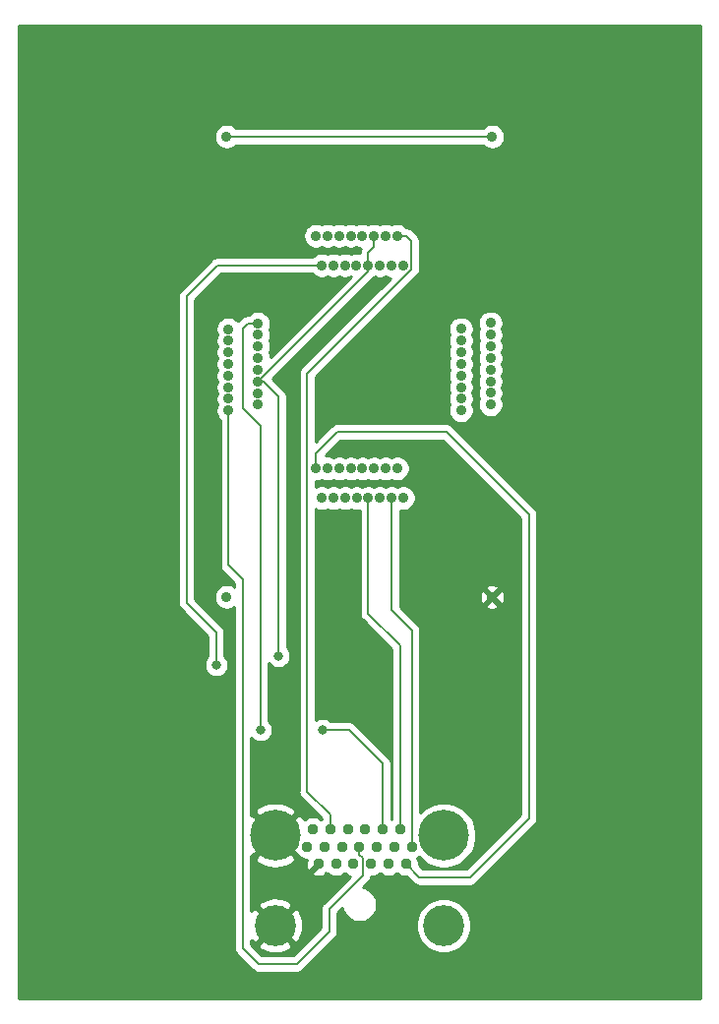
<source format=gbr>
G04 #@! TF.GenerationSoftware,KiCad,Pcbnew,5.1.2-1.fc30*
G04 #@! TF.CreationDate,2019-08-21T13:34:15+02:00*
G04 #@! TF.ProjectId,CarteScreening,43617274-6553-4637-9265-656e696e672e,rev?*
G04 #@! TF.SameCoordinates,Original*
G04 #@! TF.FileFunction,Copper,L2,Bot*
G04 #@! TF.FilePolarity,Positive*
%FSLAX46Y46*%
G04 Gerber Fmt 4.6, Leading zero omitted, Abs format (unit mm)*
G04 Created by KiCad (PCBNEW 5.1.2-1.fc30) date 2019-08-21 13:34:15*
%MOMM*%
%LPD*%
G04 APERTURE LIST*
%ADD10C,0.914400*%
%ADD11C,3.526000*%
%ADD12C,4.364000*%
%ADD13C,0.950000*%
%ADD14C,0.800000*%
%ADD15C,0.200000*%
%ADD16C,0.254000*%
G04 APERTURE END LIST*
D10*
X138722400Y-82758440D03*
X141262400Y-81257300D03*
X138722400Y-80756920D03*
X138722400Y-78755400D03*
X141262400Y-78255020D03*
X141262400Y-79255780D03*
X141262400Y-83258820D03*
X141262400Y-80256540D03*
X141262400Y-82258060D03*
X138722400Y-79756160D03*
X141262400Y-77254260D03*
X138722400Y-81757680D03*
X138722400Y-76753880D03*
X138722400Y-77754640D03*
X138722400Y-83759200D03*
X141262400Y-76253500D03*
X147241560Y-68722400D03*
X148742700Y-71262400D03*
X149243080Y-68722400D03*
X151244600Y-68722400D03*
X151744980Y-71262400D03*
X150744220Y-71262400D03*
X146741180Y-71262400D03*
X149743460Y-71262400D03*
X147741940Y-71262400D03*
X150243840Y-68722400D03*
X152745740Y-71262400D03*
X148242320Y-68722400D03*
X153246120Y-68722400D03*
X152245360Y-68722400D03*
X146240800Y-68722400D03*
X153746500Y-71262400D03*
X161277600Y-77241560D03*
X158737600Y-78742700D03*
X161277600Y-79243080D03*
X161277600Y-81244600D03*
X158737600Y-81744980D03*
X158737600Y-80744220D03*
X158737600Y-76741180D03*
X158737600Y-79743460D03*
X158737600Y-77741940D03*
X161277600Y-80243840D03*
X158737600Y-82745740D03*
X161277600Y-78242320D03*
X161277600Y-83246120D03*
X161277600Y-82245360D03*
X161277600Y-76240800D03*
X158737600Y-83746500D03*
X153759200Y-91277600D03*
X153258820Y-88737600D03*
X152758440Y-91277600D03*
X152258060Y-88737600D03*
X151757680Y-91277600D03*
X151257300Y-88737600D03*
X150756920Y-91277600D03*
X150256540Y-88737600D03*
X149756160Y-91277600D03*
X149255780Y-88737600D03*
X148755400Y-91277600D03*
X148255020Y-88737600D03*
X147754640Y-91277600D03*
X147254260Y-88737600D03*
X146753880Y-91277600D03*
X146253500Y-88737600D03*
X138570000Y-99812000D03*
X161430000Y-99812000D03*
X161430000Y-60188000D03*
X138570000Y-60188000D03*
D11*
X142745000Y-128090000D03*
D12*
X142745000Y-120330000D03*
D11*
X157245000Y-128090000D03*
D12*
X157245000Y-120330000D03*
D13*
X145495000Y-121290000D03*
X145995000Y-119790000D03*
X146495000Y-122790000D03*
X146995000Y-121290000D03*
X147495000Y-119790000D03*
X147995000Y-122790000D03*
X148495000Y-121290000D03*
X148995000Y-119790000D03*
X149495000Y-122790000D03*
X149995000Y-121290000D03*
X150495000Y-119790000D03*
X150995000Y-122790000D03*
X151495000Y-121290000D03*
X151995000Y-119790000D03*
X152495000Y-122790000D03*
X152995000Y-121290000D03*
X153495000Y-119790000D03*
X153995000Y-122790000D03*
X154495000Y-121290000D03*
D14*
X161000000Y-86800000D03*
X150900000Y-78000000D03*
X146200000Y-73800000D03*
X146200000Y-78000000D03*
X147400000Y-100500000D03*
X146812000Y-111252000D03*
X143022800Y-104881200D03*
X137668000Y-105664000D03*
X141478000Y-111252000D03*
D15*
X141262400Y-81257300D02*
X150744200Y-71775500D01*
X150744200Y-71775500D02*
X150744200Y-71262400D01*
X143022800Y-104881200D02*
X143022800Y-82570800D01*
X141709300Y-81257300D02*
X141262400Y-81257300D01*
X143022800Y-82570800D02*
X141709300Y-81257300D01*
X151244600Y-68722400D02*
X151244600Y-69655400D01*
X150744220Y-70155780D02*
X150744220Y-71262400D01*
X151244600Y-69655400D02*
X150744220Y-70155780D01*
X137668000Y-105664000D02*
X137668000Y-102870000D01*
X137668000Y-102870000D02*
X135128000Y-100330000D01*
X135128000Y-100330000D02*
X135128000Y-73914000D01*
X137779600Y-71262400D02*
X146741180Y-71262400D01*
X135128000Y-73914000D02*
X137779600Y-71262400D01*
X150269999Y-122236750D02*
X150269999Y-123796001D01*
X149995000Y-121290000D02*
X149995000Y-121961751D01*
X149995000Y-121961751D02*
X150269999Y-122236750D01*
X147400000Y-126666000D02*
X149783000Y-124283000D01*
X147400000Y-128600000D02*
X147400000Y-126666000D01*
X141300000Y-131400000D02*
X144600000Y-131400000D01*
X139954000Y-130054000D02*
X141300000Y-131400000D01*
X150269999Y-123796001D02*
X149783000Y-124283000D01*
X138722400Y-83759200D02*
X138722400Y-97066400D01*
X144600000Y-131400000D02*
X147400000Y-128600000D01*
X149783000Y-124283000D02*
X149606000Y-124460000D01*
X139954000Y-98298000D02*
X139954000Y-130054000D01*
X138722400Y-97066400D02*
X139954000Y-98298000D01*
X151995000Y-114149000D02*
X149098000Y-111252000D01*
X151995000Y-119790000D02*
X151995000Y-114149000D01*
X149098000Y-111252000D02*
X146812000Y-111252000D01*
X141478000Y-85090000D02*
X141478000Y-111252000D01*
X140408500Y-76253500D02*
X139954000Y-76708000D01*
X141262400Y-76253500D02*
X140408500Y-76253500D01*
X139954000Y-76708000D02*
X139954000Y-83566000D01*
X139954000Y-83566000D02*
X141478000Y-85090000D01*
X153495000Y-119790000D02*
X153495000Y-103965000D01*
X150756920Y-101226920D02*
X150756920Y-91277600D01*
X153495000Y-103965000D02*
X150756920Y-101226920D01*
X153995000Y-122790000D02*
X155157000Y-123952000D01*
X155157000Y-123952000D02*
X159512000Y-123952000D01*
X159512000Y-123952000D02*
X164592000Y-118872000D01*
X164592000Y-118872000D02*
X164592000Y-92710000D01*
X164592000Y-92710000D02*
X157480000Y-85598000D01*
X157480000Y-85598000D02*
X148082000Y-85598000D01*
X146253500Y-87426500D02*
X146253500Y-88737600D01*
X148082000Y-85598000D02*
X146253500Y-87426500D01*
X154495000Y-121290000D02*
X154495000Y-102679000D01*
X152758440Y-100942440D02*
X152758440Y-91277600D01*
X154495000Y-102679000D02*
X152758440Y-100942440D01*
X147495000Y-118552900D02*
X147495000Y-119790000D01*
X145492600Y-116550500D02*
X147495000Y-118552900D01*
X154022400Y-68722400D02*
X154454100Y-69154100D01*
X153246120Y-68722400D02*
X154022400Y-68722400D01*
X154454100Y-69154100D02*
X154454100Y-71619400D01*
X154454100Y-71619400D02*
X145492600Y-80580900D01*
X145492600Y-80580900D02*
X145492600Y-116550500D01*
X138570000Y-60188000D02*
X161430000Y-60188000D01*
D16*
G36*
X179340001Y-134340000D02*
G01*
X120660000Y-134340000D01*
X120660000Y-73914000D01*
X134389444Y-73914000D01*
X134393001Y-73950115D01*
X134393000Y-100293895D01*
X134389444Y-100330000D01*
X134403635Y-100474085D01*
X134413995Y-100508237D01*
X134445663Y-100612632D01*
X134513913Y-100740319D01*
X134605762Y-100852237D01*
X134633808Y-100875254D01*
X136933001Y-103174448D01*
X136933000Y-104935289D01*
X136864063Y-105004226D01*
X136750795Y-105173744D01*
X136672774Y-105362102D01*
X136633000Y-105562061D01*
X136633000Y-105765939D01*
X136672774Y-105965898D01*
X136750795Y-106154256D01*
X136864063Y-106323774D01*
X137008226Y-106467937D01*
X137177744Y-106581205D01*
X137366102Y-106659226D01*
X137566061Y-106699000D01*
X137769939Y-106699000D01*
X137969898Y-106659226D01*
X138158256Y-106581205D01*
X138327774Y-106467937D01*
X138471937Y-106323774D01*
X138585205Y-106154256D01*
X138663226Y-105965898D01*
X138703000Y-105765939D01*
X138703000Y-105562061D01*
X138663226Y-105362102D01*
X138585205Y-105173744D01*
X138471937Y-105004226D01*
X138403000Y-104935289D01*
X138403000Y-102906094D01*
X138406555Y-102869999D01*
X138403000Y-102833904D01*
X138403000Y-102833895D01*
X138392365Y-102725915D01*
X138350337Y-102587367D01*
X138282087Y-102459680D01*
X138190238Y-102347762D01*
X138162193Y-102324746D01*
X135863000Y-100025554D01*
X135863000Y-74218446D01*
X138084047Y-71997400D01*
X145931576Y-71997400D01*
X146044943Y-72110767D01*
X146223829Y-72230295D01*
X146422597Y-72312628D01*
X146633608Y-72354600D01*
X146848752Y-72354600D01*
X147059763Y-72312628D01*
X147241560Y-72237325D01*
X147423357Y-72312628D01*
X147634368Y-72354600D01*
X147849512Y-72354600D01*
X148060523Y-72312628D01*
X148242320Y-72237325D01*
X148424117Y-72312628D01*
X148635128Y-72354600D01*
X148850272Y-72354600D01*
X149061283Y-72312628D01*
X149242821Y-72237432D01*
X142350858Y-79129396D01*
X142312628Y-78937197D01*
X142237325Y-78755400D01*
X142312628Y-78573603D01*
X142354600Y-78362592D01*
X142354600Y-78147448D01*
X142312628Y-77936437D01*
X142237325Y-77754640D01*
X142312628Y-77572843D01*
X142354600Y-77361832D01*
X142354600Y-77146688D01*
X142312628Y-76935677D01*
X142237325Y-76753880D01*
X142312628Y-76572083D01*
X142354600Y-76361072D01*
X142354600Y-76145928D01*
X142312628Y-75934917D01*
X142230295Y-75736149D01*
X142110767Y-75557263D01*
X141958637Y-75405133D01*
X141779751Y-75285605D01*
X141580983Y-75203272D01*
X141369972Y-75161300D01*
X141154828Y-75161300D01*
X140943817Y-75203272D01*
X140745049Y-75285605D01*
X140566163Y-75405133D01*
X140452796Y-75518500D01*
X140444604Y-75518500D01*
X140408499Y-75514944D01*
X140264414Y-75529135D01*
X140222386Y-75541884D01*
X140125867Y-75571163D01*
X139998180Y-75639413D01*
X139886262Y-75731262D01*
X139863241Y-75759313D01*
X139567839Y-76054715D01*
X139418637Y-75905513D01*
X139239751Y-75785985D01*
X139040983Y-75703652D01*
X138829972Y-75661680D01*
X138614828Y-75661680D01*
X138403817Y-75703652D01*
X138205049Y-75785985D01*
X138026163Y-75905513D01*
X137874033Y-76057643D01*
X137754505Y-76236529D01*
X137672172Y-76435297D01*
X137630200Y-76646308D01*
X137630200Y-76861452D01*
X137672172Y-77072463D01*
X137747475Y-77254260D01*
X137672172Y-77436057D01*
X137630200Y-77647068D01*
X137630200Y-77862212D01*
X137672172Y-78073223D01*
X137747475Y-78255020D01*
X137672172Y-78436817D01*
X137630200Y-78647828D01*
X137630200Y-78862972D01*
X137672172Y-79073983D01*
X137747475Y-79255780D01*
X137672172Y-79437577D01*
X137630200Y-79648588D01*
X137630200Y-79863732D01*
X137672172Y-80074743D01*
X137747475Y-80256540D01*
X137672172Y-80438337D01*
X137630200Y-80649348D01*
X137630200Y-80864492D01*
X137672172Y-81075503D01*
X137747475Y-81257300D01*
X137672172Y-81439097D01*
X137630200Y-81650108D01*
X137630200Y-81865252D01*
X137672172Y-82076263D01*
X137747475Y-82258060D01*
X137672172Y-82439857D01*
X137630200Y-82650868D01*
X137630200Y-82866012D01*
X137672172Y-83077023D01*
X137747475Y-83258820D01*
X137672172Y-83440617D01*
X137630200Y-83651628D01*
X137630200Y-83866772D01*
X137672172Y-84077783D01*
X137754505Y-84276551D01*
X137874033Y-84455437D01*
X137987400Y-84568804D01*
X137987401Y-97030285D01*
X137983844Y-97066400D01*
X137998035Y-97210485D01*
X138040064Y-97349033D01*
X138108314Y-97476720D01*
X138200163Y-97588638D01*
X138228208Y-97611654D01*
X139219000Y-98602447D01*
X139219000Y-98932070D01*
X139087351Y-98844105D01*
X138888583Y-98761772D01*
X138677572Y-98719800D01*
X138462428Y-98719800D01*
X138251417Y-98761772D01*
X138052649Y-98844105D01*
X137873763Y-98963633D01*
X137721633Y-99115763D01*
X137602105Y-99294649D01*
X137519772Y-99493417D01*
X137477800Y-99704428D01*
X137477800Y-99919572D01*
X137519772Y-100130583D01*
X137602105Y-100329351D01*
X137721633Y-100508237D01*
X137873763Y-100660367D01*
X138052649Y-100779895D01*
X138251417Y-100862228D01*
X138462428Y-100904200D01*
X138677572Y-100904200D01*
X138888583Y-100862228D01*
X139087351Y-100779895D01*
X139219000Y-100691930D01*
X139219001Y-130017885D01*
X139215444Y-130054000D01*
X139229635Y-130198085D01*
X139261634Y-130303570D01*
X139271664Y-130336633D01*
X139339914Y-130464320D01*
X139431763Y-130576238D01*
X139459808Y-130599254D01*
X140754746Y-131894193D01*
X140777762Y-131922238D01*
X140889680Y-132014087D01*
X141017367Y-132082337D01*
X141155915Y-132124365D01*
X141263895Y-132135000D01*
X141263904Y-132135000D01*
X141299999Y-132138555D01*
X141336094Y-132135000D01*
X144563895Y-132135000D01*
X144600000Y-132138556D01*
X144636105Y-132135000D01*
X144744085Y-132124365D01*
X144882633Y-132082337D01*
X145010320Y-132014087D01*
X145122238Y-131922238D01*
X145145259Y-131894187D01*
X147894197Y-129145250D01*
X147922237Y-129122238D01*
X147945250Y-129094197D01*
X147945253Y-129094194D01*
X147970117Y-129063897D01*
X148014087Y-129010320D01*
X148082337Y-128882633D01*
X148124365Y-128744085D01*
X148135000Y-128636105D01*
X148135000Y-128636104D01*
X148138556Y-128600000D01*
X148135000Y-128563895D01*
X148135000Y-127853818D01*
X154847000Y-127853818D01*
X154847000Y-128326182D01*
X154939154Y-128789471D01*
X155119920Y-129225879D01*
X155382352Y-129618636D01*
X155716364Y-129952648D01*
X156109121Y-130215080D01*
X156545529Y-130395846D01*
X157008818Y-130488000D01*
X157481182Y-130488000D01*
X157944471Y-130395846D01*
X158380879Y-130215080D01*
X158773636Y-129952648D01*
X159107648Y-129618636D01*
X159370080Y-129225879D01*
X159550846Y-128789471D01*
X159643000Y-128326182D01*
X159643000Y-127853818D01*
X159550846Y-127390529D01*
X159370080Y-126954121D01*
X159107648Y-126561364D01*
X158773636Y-126227352D01*
X158380879Y-125964920D01*
X157944471Y-125784154D01*
X157481182Y-125692000D01*
X157008818Y-125692000D01*
X156545529Y-125784154D01*
X156109121Y-125964920D01*
X155716364Y-126227352D01*
X155382352Y-126561364D01*
X155119920Y-126954121D01*
X154939154Y-127390529D01*
X154847000Y-127853818D01*
X148135000Y-127853818D01*
X148135000Y-126970446D01*
X148515150Y-126590296D01*
X148543029Y-126730451D01*
X148656856Y-127005253D01*
X148822107Y-127252569D01*
X149032431Y-127462893D01*
X149279747Y-127628144D01*
X149554549Y-127741971D01*
X149846278Y-127800000D01*
X150143722Y-127800000D01*
X150435451Y-127741971D01*
X150710253Y-127628144D01*
X150957569Y-127462893D01*
X151167893Y-127252569D01*
X151333144Y-127005253D01*
X151446971Y-126730451D01*
X151505000Y-126438722D01*
X151505000Y-126141278D01*
X151446971Y-125849549D01*
X151333144Y-125574747D01*
X151167893Y-125327431D01*
X150957569Y-125117107D01*
X150710253Y-124951856D01*
X150435451Y-124838029D01*
X150295297Y-124810150D01*
X150328253Y-124777194D01*
X150328258Y-124777188D01*
X150764186Y-124341260D01*
X150792237Y-124318239D01*
X150884086Y-124206321D01*
X150920115Y-124138915D01*
X150952336Y-124078635D01*
X150994364Y-123940086D01*
X150998312Y-123900000D01*
X151104325Y-123900000D01*
X151318775Y-123857343D01*
X151520782Y-123773669D01*
X151702584Y-123652193D01*
X151745000Y-123609777D01*
X151787416Y-123652193D01*
X151969218Y-123773669D01*
X152171225Y-123857343D01*
X152385675Y-123900000D01*
X152604325Y-123900000D01*
X152818775Y-123857343D01*
X153020782Y-123773669D01*
X153202584Y-123652193D01*
X153245000Y-123609777D01*
X153287416Y-123652193D01*
X153469218Y-123773669D01*
X153671225Y-123857343D01*
X153885675Y-123900000D01*
X154065553Y-123900000D01*
X154611746Y-124446193D01*
X154634762Y-124474238D01*
X154746680Y-124566087D01*
X154874367Y-124634337D01*
X154970886Y-124663616D01*
X155012914Y-124676365D01*
X155027132Y-124677765D01*
X155120895Y-124687000D01*
X155120902Y-124687000D01*
X155156999Y-124690555D01*
X155193096Y-124687000D01*
X159475895Y-124687000D01*
X159512000Y-124690556D01*
X159548105Y-124687000D01*
X159656085Y-124676365D01*
X159794633Y-124634337D01*
X159922320Y-124566087D01*
X160034238Y-124474238D01*
X160057259Y-124446187D01*
X165086197Y-119417249D01*
X165114237Y-119394238D01*
X165137250Y-119366197D01*
X165137253Y-119366194D01*
X165162117Y-119335897D01*
X165206087Y-119282320D01*
X165274337Y-119154633D01*
X165316365Y-119016085D01*
X165327000Y-118908105D01*
X165327000Y-118908104D01*
X165330556Y-118872000D01*
X165327000Y-118835895D01*
X165327000Y-92746105D01*
X165330556Y-92710000D01*
X165316365Y-92565915D01*
X165274337Y-92427367D01*
X165206087Y-92299680D01*
X165114238Y-92187762D01*
X165086193Y-92164746D01*
X158025259Y-85103813D01*
X158002238Y-85075762D01*
X157890320Y-84983913D01*
X157762633Y-84915663D01*
X157624085Y-84873635D01*
X157516105Y-84863000D01*
X157480000Y-84859444D01*
X157443895Y-84863000D01*
X148118094Y-84863000D01*
X148081999Y-84859445D01*
X148045904Y-84863000D01*
X148045895Y-84863000D01*
X147937915Y-84873635D01*
X147799367Y-84915663D01*
X147671680Y-84983913D01*
X147559762Y-85075762D01*
X147536746Y-85103807D01*
X146227600Y-86412954D01*
X146227600Y-80885346D01*
X150479338Y-76633608D01*
X157645400Y-76633608D01*
X157645400Y-76848752D01*
X157687372Y-77059763D01*
X157762675Y-77241560D01*
X157687372Y-77423357D01*
X157645400Y-77634368D01*
X157645400Y-77849512D01*
X157687372Y-78060523D01*
X157762675Y-78242320D01*
X157687372Y-78424117D01*
X157645400Y-78635128D01*
X157645400Y-78850272D01*
X157687372Y-79061283D01*
X157762675Y-79243080D01*
X157687372Y-79424877D01*
X157645400Y-79635888D01*
X157645400Y-79851032D01*
X157687372Y-80062043D01*
X157762675Y-80243840D01*
X157687372Y-80425637D01*
X157645400Y-80636648D01*
X157645400Y-80851792D01*
X157687372Y-81062803D01*
X157762675Y-81244600D01*
X157687372Y-81426397D01*
X157645400Y-81637408D01*
X157645400Y-81852552D01*
X157687372Y-82063563D01*
X157762675Y-82245360D01*
X157687372Y-82427157D01*
X157645400Y-82638168D01*
X157645400Y-82853312D01*
X157687372Y-83064323D01*
X157762675Y-83246120D01*
X157687372Y-83427917D01*
X157645400Y-83638928D01*
X157645400Y-83854072D01*
X157687372Y-84065083D01*
X157769705Y-84263851D01*
X157889233Y-84442737D01*
X158041363Y-84594867D01*
X158220249Y-84714395D01*
X158419017Y-84796728D01*
X158630028Y-84838700D01*
X158845172Y-84838700D01*
X159056183Y-84796728D01*
X159254951Y-84714395D01*
X159433837Y-84594867D01*
X159585967Y-84442737D01*
X159705495Y-84263851D01*
X159787828Y-84065083D01*
X159829800Y-83854072D01*
X159829800Y-83638928D01*
X159787828Y-83427917D01*
X159712525Y-83246120D01*
X159787828Y-83064323D01*
X159829800Y-82853312D01*
X159829800Y-82638168D01*
X159787828Y-82427157D01*
X159712525Y-82245360D01*
X159787828Y-82063563D01*
X159829800Y-81852552D01*
X159829800Y-81637408D01*
X159787828Y-81426397D01*
X159712525Y-81244600D01*
X159787828Y-81062803D01*
X159829800Y-80851792D01*
X159829800Y-80636648D01*
X159787828Y-80425637D01*
X159712525Y-80243840D01*
X159787828Y-80062043D01*
X159829800Y-79851032D01*
X159829800Y-79635888D01*
X159787828Y-79424877D01*
X159712525Y-79243080D01*
X159787828Y-79061283D01*
X159829800Y-78850272D01*
X159829800Y-78635128D01*
X159787828Y-78424117D01*
X159712525Y-78242320D01*
X159787828Y-78060523D01*
X159829800Y-77849512D01*
X159829800Y-77634368D01*
X159787828Y-77423357D01*
X159712525Y-77241560D01*
X159787828Y-77059763D01*
X159829800Y-76848752D01*
X159829800Y-76633608D01*
X159787828Y-76422597D01*
X159705495Y-76223829D01*
X159644958Y-76133228D01*
X160185400Y-76133228D01*
X160185400Y-76348372D01*
X160227372Y-76559383D01*
X160302675Y-76741180D01*
X160227372Y-76922977D01*
X160185400Y-77133988D01*
X160185400Y-77349132D01*
X160227372Y-77560143D01*
X160302675Y-77741940D01*
X160227372Y-77923737D01*
X160185400Y-78134748D01*
X160185400Y-78349892D01*
X160227372Y-78560903D01*
X160302675Y-78742700D01*
X160227372Y-78924497D01*
X160185400Y-79135508D01*
X160185400Y-79350652D01*
X160227372Y-79561663D01*
X160302675Y-79743460D01*
X160227372Y-79925257D01*
X160185400Y-80136268D01*
X160185400Y-80351412D01*
X160227372Y-80562423D01*
X160302675Y-80744220D01*
X160227372Y-80926017D01*
X160185400Y-81137028D01*
X160185400Y-81352172D01*
X160227372Y-81563183D01*
X160302675Y-81744980D01*
X160227372Y-81926777D01*
X160185400Y-82137788D01*
X160185400Y-82352932D01*
X160227372Y-82563943D01*
X160302675Y-82745740D01*
X160227372Y-82927537D01*
X160185400Y-83138548D01*
X160185400Y-83353692D01*
X160227372Y-83564703D01*
X160309705Y-83763471D01*
X160429233Y-83942357D01*
X160581363Y-84094487D01*
X160760249Y-84214015D01*
X160959017Y-84296348D01*
X161170028Y-84338320D01*
X161385172Y-84338320D01*
X161596183Y-84296348D01*
X161794951Y-84214015D01*
X161973837Y-84094487D01*
X162125967Y-83942357D01*
X162245495Y-83763471D01*
X162327828Y-83564703D01*
X162369800Y-83353692D01*
X162369800Y-83138548D01*
X162327828Y-82927537D01*
X162252525Y-82745740D01*
X162327828Y-82563943D01*
X162369800Y-82352932D01*
X162369800Y-82137788D01*
X162327828Y-81926777D01*
X162252525Y-81744980D01*
X162327828Y-81563183D01*
X162369800Y-81352172D01*
X162369800Y-81137028D01*
X162327828Y-80926017D01*
X162252525Y-80744220D01*
X162327828Y-80562423D01*
X162369800Y-80351412D01*
X162369800Y-80136268D01*
X162327828Y-79925257D01*
X162252525Y-79743460D01*
X162327828Y-79561663D01*
X162369800Y-79350652D01*
X162369800Y-79135508D01*
X162327828Y-78924497D01*
X162252525Y-78742700D01*
X162327828Y-78560903D01*
X162369800Y-78349892D01*
X162369800Y-78134748D01*
X162327828Y-77923737D01*
X162252525Y-77741940D01*
X162327828Y-77560143D01*
X162369800Y-77349132D01*
X162369800Y-77133988D01*
X162327828Y-76922977D01*
X162252525Y-76741180D01*
X162327828Y-76559383D01*
X162369800Y-76348372D01*
X162369800Y-76133228D01*
X162327828Y-75922217D01*
X162245495Y-75723449D01*
X162125967Y-75544563D01*
X161973837Y-75392433D01*
X161794951Y-75272905D01*
X161596183Y-75190572D01*
X161385172Y-75148600D01*
X161170028Y-75148600D01*
X160959017Y-75190572D01*
X160760249Y-75272905D01*
X160581363Y-75392433D01*
X160429233Y-75544563D01*
X160309705Y-75723449D01*
X160227372Y-75922217D01*
X160185400Y-76133228D01*
X159644958Y-76133228D01*
X159585967Y-76044943D01*
X159433837Y-75892813D01*
X159254951Y-75773285D01*
X159056183Y-75690952D01*
X158845172Y-75648980D01*
X158630028Y-75648980D01*
X158419017Y-75690952D01*
X158220249Y-75773285D01*
X158041363Y-75892813D01*
X157889233Y-76044943D01*
X157769705Y-76223829D01*
X157687372Y-76422597D01*
X157645400Y-76633608D01*
X150479338Y-76633608D01*
X154948293Y-72164654D01*
X154976338Y-72141638D01*
X155068187Y-72029720D01*
X155136437Y-71902033D01*
X155178465Y-71763485D01*
X155189100Y-71655505D01*
X155192656Y-71619400D01*
X155189100Y-71583295D01*
X155189100Y-69190205D01*
X155192656Y-69154100D01*
X155178465Y-69010014D01*
X155165716Y-68967986D01*
X155136437Y-68871467D01*
X155068187Y-68743780D01*
X154976337Y-68631862D01*
X154948292Y-68608846D01*
X154567659Y-68228213D01*
X154544638Y-68200162D01*
X154432720Y-68108313D01*
X154305033Y-68040063D01*
X154166485Y-67998035D01*
X154058505Y-67987400D01*
X154055420Y-67987096D01*
X153942357Y-67874033D01*
X153763471Y-67754505D01*
X153564703Y-67672172D01*
X153353692Y-67630200D01*
X153138548Y-67630200D01*
X152927537Y-67672172D01*
X152745740Y-67747475D01*
X152563943Y-67672172D01*
X152352932Y-67630200D01*
X152137788Y-67630200D01*
X151926777Y-67672172D01*
X151744980Y-67747475D01*
X151563183Y-67672172D01*
X151352172Y-67630200D01*
X151137028Y-67630200D01*
X150926017Y-67672172D01*
X150744220Y-67747475D01*
X150562423Y-67672172D01*
X150351412Y-67630200D01*
X150136268Y-67630200D01*
X149925257Y-67672172D01*
X149743460Y-67747475D01*
X149561663Y-67672172D01*
X149350652Y-67630200D01*
X149135508Y-67630200D01*
X148924497Y-67672172D01*
X148742700Y-67747475D01*
X148560903Y-67672172D01*
X148349892Y-67630200D01*
X148134748Y-67630200D01*
X147923737Y-67672172D01*
X147741940Y-67747475D01*
X147560143Y-67672172D01*
X147349132Y-67630200D01*
X147133988Y-67630200D01*
X146922977Y-67672172D01*
X146741180Y-67747475D01*
X146559383Y-67672172D01*
X146348372Y-67630200D01*
X146133228Y-67630200D01*
X145922217Y-67672172D01*
X145723449Y-67754505D01*
X145544563Y-67874033D01*
X145392433Y-68026163D01*
X145272905Y-68205049D01*
X145190572Y-68403817D01*
X145148600Y-68614828D01*
X145148600Y-68829972D01*
X145190572Y-69040983D01*
X145272905Y-69239751D01*
X145392433Y-69418637D01*
X145544563Y-69570767D01*
X145723449Y-69690295D01*
X145922217Y-69772628D01*
X146133228Y-69814600D01*
X146348372Y-69814600D01*
X146559383Y-69772628D01*
X146741180Y-69697325D01*
X146922977Y-69772628D01*
X147133988Y-69814600D01*
X147349132Y-69814600D01*
X147560143Y-69772628D01*
X147741940Y-69697325D01*
X147923737Y-69772628D01*
X148134748Y-69814600D01*
X148349892Y-69814600D01*
X148560903Y-69772628D01*
X148742700Y-69697325D01*
X148924497Y-69772628D01*
X149135508Y-69814600D01*
X149350652Y-69814600D01*
X149561663Y-69772628D01*
X149743460Y-69697325D01*
X149925257Y-69772628D01*
X150097319Y-69806853D01*
X150061883Y-69873148D01*
X150042200Y-69938034D01*
X150019855Y-70011695D01*
X150005664Y-70155780D01*
X150009220Y-70191886D01*
X150009220Y-70201665D01*
X149851032Y-70170200D01*
X149635888Y-70170200D01*
X149424877Y-70212172D01*
X149243080Y-70287475D01*
X149061283Y-70212172D01*
X148850272Y-70170200D01*
X148635128Y-70170200D01*
X148424117Y-70212172D01*
X148242320Y-70287475D01*
X148060523Y-70212172D01*
X147849512Y-70170200D01*
X147634368Y-70170200D01*
X147423357Y-70212172D01*
X147241560Y-70287475D01*
X147059763Y-70212172D01*
X146848752Y-70170200D01*
X146633608Y-70170200D01*
X146422597Y-70212172D01*
X146223829Y-70294505D01*
X146044943Y-70414033D01*
X145931576Y-70527400D01*
X137815705Y-70527400D01*
X137779600Y-70523844D01*
X137635515Y-70538035D01*
X137496966Y-70580063D01*
X137369280Y-70648313D01*
X137257362Y-70740162D01*
X137234346Y-70768207D01*
X134633808Y-73368746D01*
X134605763Y-73391762D01*
X134513914Y-73503680D01*
X134445664Y-73631367D01*
X134403635Y-73769915D01*
X134389444Y-73914000D01*
X120660000Y-73914000D01*
X120660000Y-60080428D01*
X137477800Y-60080428D01*
X137477800Y-60295572D01*
X137519772Y-60506583D01*
X137602105Y-60705351D01*
X137721633Y-60884237D01*
X137873763Y-61036367D01*
X138052649Y-61155895D01*
X138251417Y-61238228D01*
X138462428Y-61280200D01*
X138677572Y-61280200D01*
X138888583Y-61238228D01*
X139087351Y-61155895D01*
X139266237Y-61036367D01*
X139379604Y-60923000D01*
X160620396Y-60923000D01*
X160733763Y-61036367D01*
X160912649Y-61155895D01*
X161111417Y-61238228D01*
X161322428Y-61280200D01*
X161537572Y-61280200D01*
X161748583Y-61238228D01*
X161947351Y-61155895D01*
X162126237Y-61036367D01*
X162278367Y-60884237D01*
X162397895Y-60705351D01*
X162480228Y-60506583D01*
X162522200Y-60295572D01*
X162522200Y-60080428D01*
X162480228Y-59869417D01*
X162397895Y-59670649D01*
X162278367Y-59491763D01*
X162126237Y-59339633D01*
X161947351Y-59220105D01*
X161748583Y-59137772D01*
X161537572Y-59095800D01*
X161322428Y-59095800D01*
X161111417Y-59137772D01*
X160912649Y-59220105D01*
X160733763Y-59339633D01*
X160620396Y-59453000D01*
X139379604Y-59453000D01*
X139266237Y-59339633D01*
X139087351Y-59220105D01*
X138888583Y-59137772D01*
X138677572Y-59095800D01*
X138462428Y-59095800D01*
X138251417Y-59137772D01*
X138052649Y-59220105D01*
X137873763Y-59339633D01*
X137721633Y-59491763D01*
X137602105Y-59670649D01*
X137519772Y-59869417D01*
X137477800Y-60080428D01*
X120660000Y-60080428D01*
X120660000Y-50660000D01*
X179340000Y-50660000D01*
X179340001Y-134340000D01*
X179340001Y-134340000D01*
G37*
X179340001Y-134340000D02*
X120660000Y-134340000D01*
X120660000Y-73914000D01*
X134389444Y-73914000D01*
X134393001Y-73950115D01*
X134393000Y-100293895D01*
X134389444Y-100330000D01*
X134403635Y-100474085D01*
X134413995Y-100508237D01*
X134445663Y-100612632D01*
X134513913Y-100740319D01*
X134605762Y-100852237D01*
X134633808Y-100875254D01*
X136933001Y-103174448D01*
X136933000Y-104935289D01*
X136864063Y-105004226D01*
X136750795Y-105173744D01*
X136672774Y-105362102D01*
X136633000Y-105562061D01*
X136633000Y-105765939D01*
X136672774Y-105965898D01*
X136750795Y-106154256D01*
X136864063Y-106323774D01*
X137008226Y-106467937D01*
X137177744Y-106581205D01*
X137366102Y-106659226D01*
X137566061Y-106699000D01*
X137769939Y-106699000D01*
X137969898Y-106659226D01*
X138158256Y-106581205D01*
X138327774Y-106467937D01*
X138471937Y-106323774D01*
X138585205Y-106154256D01*
X138663226Y-105965898D01*
X138703000Y-105765939D01*
X138703000Y-105562061D01*
X138663226Y-105362102D01*
X138585205Y-105173744D01*
X138471937Y-105004226D01*
X138403000Y-104935289D01*
X138403000Y-102906094D01*
X138406555Y-102869999D01*
X138403000Y-102833904D01*
X138403000Y-102833895D01*
X138392365Y-102725915D01*
X138350337Y-102587367D01*
X138282087Y-102459680D01*
X138190238Y-102347762D01*
X138162193Y-102324746D01*
X135863000Y-100025554D01*
X135863000Y-74218446D01*
X138084047Y-71997400D01*
X145931576Y-71997400D01*
X146044943Y-72110767D01*
X146223829Y-72230295D01*
X146422597Y-72312628D01*
X146633608Y-72354600D01*
X146848752Y-72354600D01*
X147059763Y-72312628D01*
X147241560Y-72237325D01*
X147423357Y-72312628D01*
X147634368Y-72354600D01*
X147849512Y-72354600D01*
X148060523Y-72312628D01*
X148242320Y-72237325D01*
X148424117Y-72312628D01*
X148635128Y-72354600D01*
X148850272Y-72354600D01*
X149061283Y-72312628D01*
X149242821Y-72237432D01*
X142350858Y-79129396D01*
X142312628Y-78937197D01*
X142237325Y-78755400D01*
X142312628Y-78573603D01*
X142354600Y-78362592D01*
X142354600Y-78147448D01*
X142312628Y-77936437D01*
X142237325Y-77754640D01*
X142312628Y-77572843D01*
X142354600Y-77361832D01*
X142354600Y-77146688D01*
X142312628Y-76935677D01*
X142237325Y-76753880D01*
X142312628Y-76572083D01*
X142354600Y-76361072D01*
X142354600Y-76145928D01*
X142312628Y-75934917D01*
X142230295Y-75736149D01*
X142110767Y-75557263D01*
X141958637Y-75405133D01*
X141779751Y-75285605D01*
X141580983Y-75203272D01*
X141369972Y-75161300D01*
X141154828Y-75161300D01*
X140943817Y-75203272D01*
X140745049Y-75285605D01*
X140566163Y-75405133D01*
X140452796Y-75518500D01*
X140444604Y-75518500D01*
X140408499Y-75514944D01*
X140264414Y-75529135D01*
X140222386Y-75541884D01*
X140125867Y-75571163D01*
X139998180Y-75639413D01*
X139886262Y-75731262D01*
X139863241Y-75759313D01*
X139567839Y-76054715D01*
X139418637Y-75905513D01*
X139239751Y-75785985D01*
X139040983Y-75703652D01*
X138829972Y-75661680D01*
X138614828Y-75661680D01*
X138403817Y-75703652D01*
X138205049Y-75785985D01*
X138026163Y-75905513D01*
X137874033Y-76057643D01*
X137754505Y-76236529D01*
X137672172Y-76435297D01*
X137630200Y-76646308D01*
X137630200Y-76861452D01*
X137672172Y-77072463D01*
X137747475Y-77254260D01*
X137672172Y-77436057D01*
X137630200Y-77647068D01*
X137630200Y-77862212D01*
X137672172Y-78073223D01*
X137747475Y-78255020D01*
X137672172Y-78436817D01*
X137630200Y-78647828D01*
X137630200Y-78862972D01*
X137672172Y-79073983D01*
X137747475Y-79255780D01*
X137672172Y-79437577D01*
X137630200Y-79648588D01*
X137630200Y-79863732D01*
X137672172Y-80074743D01*
X137747475Y-80256540D01*
X137672172Y-80438337D01*
X137630200Y-80649348D01*
X137630200Y-80864492D01*
X137672172Y-81075503D01*
X137747475Y-81257300D01*
X137672172Y-81439097D01*
X137630200Y-81650108D01*
X137630200Y-81865252D01*
X137672172Y-82076263D01*
X137747475Y-82258060D01*
X137672172Y-82439857D01*
X137630200Y-82650868D01*
X137630200Y-82866012D01*
X137672172Y-83077023D01*
X137747475Y-83258820D01*
X137672172Y-83440617D01*
X137630200Y-83651628D01*
X137630200Y-83866772D01*
X137672172Y-84077783D01*
X137754505Y-84276551D01*
X137874033Y-84455437D01*
X137987400Y-84568804D01*
X137987401Y-97030285D01*
X137983844Y-97066400D01*
X137998035Y-97210485D01*
X138040064Y-97349033D01*
X138108314Y-97476720D01*
X138200163Y-97588638D01*
X138228208Y-97611654D01*
X139219000Y-98602447D01*
X139219000Y-98932070D01*
X139087351Y-98844105D01*
X138888583Y-98761772D01*
X138677572Y-98719800D01*
X138462428Y-98719800D01*
X138251417Y-98761772D01*
X138052649Y-98844105D01*
X137873763Y-98963633D01*
X137721633Y-99115763D01*
X137602105Y-99294649D01*
X137519772Y-99493417D01*
X137477800Y-99704428D01*
X137477800Y-99919572D01*
X137519772Y-100130583D01*
X137602105Y-100329351D01*
X137721633Y-100508237D01*
X137873763Y-100660367D01*
X138052649Y-100779895D01*
X138251417Y-100862228D01*
X138462428Y-100904200D01*
X138677572Y-100904200D01*
X138888583Y-100862228D01*
X139087351Y-100779895D01*
X139219000Y-100691930D01*
X139219001Y-130017885D01*
X139215444Y-130054000D01*
X139229635Y-130198085D01*
X139261634Y-130303570D01*
X139271664Y-130336633D01*
X139339914Y-130464320D01*
X139431763Y-130576238D01*
X139459808Y-130599254D01*
X140754746Y-131894193D01*
X140777762Y-131922238D01*
X140889680Y-132014087D01*
X141017367Y-132082337D01*
X141155915Y-132124365D01*
X141263895Y-132135000D01*
X141263904Y-132135000D01*
X141299999Y-132138555D01*
X141336094Y-132135000D01*
X144563895Y-132135000D01*
X144600000Y-132138556D01*
X144636105Y-132135000D01*
X144744085Y-132124365D01*
X144882633Y-132082337D01*
X145010320Y-132014087D01*
X145122238Y-131922238D01*
X145145259Y-131894187D01*
X147894197Y-129145250D01*
X147922237Y-129122238D01*
X147945250Y-129094197D01*
X147945253Y-129094194D01*
X147970117Y-129063897D01*
X148014087Y-129010320D01*
X148082337Y-128882633D01*
X148124365Y-128744085D01*
X148135000Y-128636105D01*
X148135000Y-128636104D01*
X148138556Y-128600000D01*
X148135000Y-128563895D01*
X148135000Y-127853818D01*
X154847000Y-127853818D01*
X154847000Y-128326182D01*
X154939154Y-128789471D01*
X155119920Y-129225879D01*
X155382352Y-129618636D01*
X155716364Y-129952648D01*
X156109121Y-130215080D01*
X156545529Y-130395846D01*
X157008818Y-130488000D01*
X157481182Y-130488000D01*
X157944471Y-130395846D01*
X158380879Y-130215080D01*
X158773636Y-129952648D01*
X159107648Y-129618636D01*
X159370080Y-129225879D01*
X159550846Y-128789471D01*
X159643000Y-128326182D01*
X159643000Y-127853818D01*
X159550846Y-127390529D01*
X159370080Y-126954121D01*
X159107648Y-126561364D01*
X158773636Y-126227352D01*
X158380879Y-125964920D01*
X157944471Y-125784154D01*
X157481182Y-125692000D01*
X157008818Y-125692000D01*
X156545529Y-125784154D01*
X156109121Y-125964920D01*
X155716364Y-126227352D01*
X155382352Y-126561364D01*
X155119920Y-126954121D01*
X154939154Y-127390529D01*
X154847000Y-127853818D01*
X148135000Y-127853818D01*
X148135000Y-126970446D01*
X148515150Y-126590296D01*
X148543029Y-126730451D01*
X148656856Y-127005253D01*
X148822107Y-127252569D01*
X149032431Y-127462893D01*
X149279747Y-127628144D01*
X149554549Y-127741971D01*
X149846278Y-127800000D01*
X150143722Y-127800000D01*
X150435451Y-127741971D01*
X150710253Y-127628144D01*
X150957569Y-127462893D01*
X151167893Y-127252569D01*
X151333144Y-127005253D01*
X151446971Y-126730451D01*
X151505000Y-126438722D01*
X151505000Y-126141278D01*
X151446971Y-125849549D01*
X151333144Y-125574747D01*
X151167893Y-125327431D01*
X150957569Y-125117107D01*
X150710253Y-124951856D01*
X150435451Y-124838029D01*
X150295297Y-124810150D01*
X150328253Y-124777194D01*
X150328258Y-124777188D01*
X150764186Y-124341260D01*
X150792237Y-124318239D01*
X150884086Y-124206321D01*
X150920115Y-124138915D01*
X150952336Y-124078635D01*
X150994364Y-123940086D01*
X150998312Y-123900000D01*
X151104325Y-123900000D01*
X151318775Y-123857343D01*
X151520782Y-123773669D01*
X151702584Y-123652193D01*
X151745000Y-123609777D01*
X151787416Y-123652193D01*
X151969218Y-123773669D01*
X152171225Y-123857343D01*
X152385675Y-123900000D01*
X152604325Y-123900000D01*
X152818775Y-123857343D01*
X153020782Y-123773669D01*
X153202584Y-123652193D01*
X153245000Y-123609777D01*
X153287416Y-123652193D01*
X153469218Y-123773669D01*
X153671225Y-123857343D01*
X153885675Y-123900000D01*
X154065553Y-123900000D01*
X154611746Y-124446193D01*
X154634762Y-124474238D01*
X154746680Y-124566087D01*
X154874367Y-124634337D01*
X154970886Y-124663616D01*
X155012914Y-124676365D01*
X155027132Y-124677765D01*
X155120895Y-124687000D01*
X155120902Y-124687000D01*
X155156999Y-124690555D01*
X155193096Y-124687000D01*
X159475895Y-124687000D01*
X159512000Y-124690556D01*
X159548105Y-124687000D01*
X159656085Y-124676365D01*
X159794633Y-124634337D01*
X159922320Y-124566087D01*
X160034238Y-124474238D01*
X160057259Y-124446187D01*
X165086197Y-119417249D01*
X165114237Y-119394238D01*
X165137250Y-119366197D01*
X165137253Y-119366194D01*
X165162117Y-119335897D01*
X165206087Y-119282320D01*
X165274337Y-119154633D01*
X165316365Y-119016085D01*
X165327000Y-118908105D01*
X165327000Y-118908104D01*
X165330556Y-118872000D01*
X165327000Y-118835895D01*
X165327000Y-92746105D01*
X165330556Y-92710000D01*
X165316365Y-92565915D01*
X165274337Y-92427367D01*
X165206087Y-92299680D01*
X165114238Y-92187762D01*
X165086193Y-92164746D01*
X158025259Y-85103813D01*
X158002238Y-85075762D01*
X157890320Y-84983913D01*
X157762633Y-84915663D01*
X157624085Y-84873635D01*
X157516105Y-84863000D01*
X157480000Y-84859444D01*
X157443895Y-84863000D01*
X148118094Y-84863000D01*
X148081999Y-84859445D01*
X148045904Y-84863000D01*
X148045895Y-84863000D01*
X147937915Y-84873635D01*
X147799367Y-84915663D01*
X147671680Y-84983913D01*
X147559762Y-85075762D01*
X147536746Y-85103807D01*
X146227600Y-86412954D01*
X146227600Y-80885346D01*
X150479338Y-76633608D01*
X157645400Y-76633608D01*
X157645400Y-76848752D01*
X157687372Y-77059763D01*
X157762675Y-77241560D01*
X157687372Y-77423357D01*
X157645400Y-77634368D01*
X157645400Y-77849512D01*
X157687372Y-78060523D01*
X157762675Y-78242320D01*
X157687372Y-78424117D01*
X157645400Y-78635128D01*
X157645400Y-78850272D01*
X157687372Y-79061283D01*
X157762675Y-79243080D01*
X157687372Y-79424877D01*
X157645400Y-79635888D01*
X157645400Y-79851032D01*
X157687372Y-80062043D01*
X157762675Y-80243840D01*
X157687372Y-80425637D01*
X157645400Y-80636648D01*
X157645400Y-80851792D01*
X157687372Y-81062803D01*
X157762675Y-81244600D01*
X157687372Y-81426397D01*
X157645400Y-81637408D01*
X157645400Y-81852552D01*
X157687372Y-82063563D01*
X157762675Y-82245360D01*
X157687372Y-82427157D01*
X157645400Y-82638168D01*
X157645400Y-82853312D01*
X157687372Y-83064323D01*
X157762675Y-83246120D01*
X157687372Y-83427917D01*
X157645400Y-83638928D01*
X157645400Y-83854072D01*
X157687372Y-84065083D01*
X157769705Y-84263851D01*
X157889233Y-84442737D01*
X158041363Y-84594867D01*
X158220249Y-84714395D01*
X158419017Y-84796728D01*
X158630028Y-84838700D01*
X158845172Y-84838700D01*
X159056183Y-84796728D01*
X159254951Y-84714395D01*
X159433837Y-84594867D01*
X159585967Y-84442737D01*
X159705495Y-84263851D01*
X159787828Y-84065083D01*
X159829800Y-83854072D01*
X159829800Y-83638928D01*
X159787828Y-83427917D01*
X159712525Y-83246120D01*
X159787828Y-83064323D01*
X159829800Y-82853312D01*
X159829800Y-82638168D01*
X159787828Y-82427157D01*
X159712525Y-82245360D01*
X159787828Y-82063563D01*
X159829800Y-81852552D01*
X159829800Y-81637408D01*
X159787828Y-81426397D01*
X159712525Y-81244600D01*
X159787828Y-81062803D01*
X159829800Y-80851792D01*
X159829800Y-80636648D01*
X159787828Y-80425637D01*
X159712525Y-80243840D01*
X159787828Y-80062043D01*
X159829800Y-79851032D01*
X159829800Y-79635888D01*
X159787828Y-79424877D01*
X159712525Y-79243080D01*
X159787828Y-79061283D01*
X159829800Y-78850272D01*
X159829800Y-78635128D01*
X159787828Y-78424117D01*
X159712525Y-78242320D01*
X159787828Y-78060523D01*
X159829800Y-77849512D01*
X159829800Y-77634368D01*
X159787828Y-77423357D01*
X159712525Y-77241560D01*
X159787828Y-77059763D01*
X159829800Y-76848752D01*
X159829800Y-76633608D01*
X159787828Y-76422597D01*
X159705495Y-76223829D01*
X159644958Y-76133228D01*
X160185400Y-76133228D01*
X160185400Y-76348372D01*
X160227372Y-76559383D01*
X160302675Y-76741180D01*
X160227372Y-76922977D01*
X160185400Y-77133988D01*
X160185400Y-77349132D01*
X160227372Y-77560143D01*
X160302675Y-77741940D01*
X160227372Y-77923737D01*
X160185400Y-78134748D01*
X160185400Y-78349892D01*
X160227372Y-78560903D01*
X160302675Y-78742700D01*
X160227372Y-78924497D01*
X160185400Y-79135508D01*
X160185400Y-79350652D01*
X160227372Y-79561663D01*
X160302675Y-79743460D01*
X160227372Y-79925257D01*
X160185400Y-80136268D01*
X160185400Y-80351412D01*
X160227372Y-80562423D01*
X160302675Y-80744220D01*
X160227372Y-80926017D01*
X160185400Y-81137028D01*
X160185400Y-81352172D01*
X160227372Y-81563183D01*
X160302675Y-81744980D01*
X160227372Y-81926777D01*
X160185400Y-82137788D01*
X160185400Y-82352932D01*
X160227372Y-82563943D01*
X160302675Y-82745740D01*
X160227372Y-82927537D01*
X160185400Y-83138548D01*
X160185400Y-83353692D01*
X160227372Y-83564703D01*
X160309705Y-83763471D01*
X160429233Y-83942357D01*
X160581363Y-84094487D01*
X160760249Y-84214015D01*
X160959017Y-84296348D01*
X161170028Y-84338320D01*
X161385172Y-84338320D01*
X161596183Y-84296348D01*
X161794951Y-84214015D01*
X161973837Y-84094487D01*
X162125967Y-83942357D01*
X162245495Y-83763471D01*
X162327828Y-83564703D01*
X162369800Y-83353692D01*
X162369800Y-83138548D01*
X162327828Y-82927537D01*
X162252525Y-82745740D01*
X162327828Y-82563943D01*
X162369800Y-82352932D01*
X162369800Y-82137788D01*
X162327828Y-81926777D01*
X162252525Y-81744980D01*
X162327828Y-81563183D01*
X162369800Y-81352172D01*
X162369800Y-81137028D01*
X162327828Y-80926017D01*
X162252525Y-80744220D01*
X162327828Y-80562423D01*
X162369800Y-80351412D01*
X162369800Y-80136268D01*
X162327828Y-79925257D01*
X162252525Y-79743460D01*
X162327828Y-79561663D01*
X162369800Y-79350652D01*
X162369800Y-79135508D01*
X162327828Y-78924497D01*
X162252525Y-78742700D01*
X162327828Y-78560903D01*
X162369800Y-78349892D01*
X162369800Y-78134748D01*
X162327828Y-77923737D01*
X162252525Y-77741940D01*
X162327828Y-77560143D01*
X162369800Y-77349132D01*
X162369800Y-77133988D01*
X162327828Y-76922977D01*
X162252525Y-76741180D01*
X162327828Y-76559383D01*
X162369800Y-76348372D01*
X162369800Y-76133228D01*
X162327828Y-75922217D01*
X162245495Y-75723449D01*
X162125967Y-75544563D01*
X161973837Y-75392433D01*
X161794951Y-75272905D01*
X161596183Y-75190572D01*
X161385172Y-75148600D01*
X161170028Y-75148600D01*
X160959017Y-75190572D01*
X160760249Y-75272905D01*
X160581363Y-75392433D01*
X160429233Y-75544563D01*
X160309705Y-75723449D01*
X160227372Y-75922217D01*
X160185400Y-76133228D01*
X159644958Y-76133228D01*
X159585967Y-76044943D01*
X159433837Y-75892813D01*
X159254951Y-75773285D01*
X159056183Y-75690952D01*
X158845172Y-75648980D01*
X158630028Y-75648980D01*
X158419017Y-75690952D01*
X158220249Y-75773285D01*
X158041363Y-75892813D01*
X157889233Y-76044943D01*
X157769705Y-76223829D01*
X157687372Y-76422597D01*
X157645400Y-76633608D01*
X150479338Y-76633608D01*
X154948293Y-72164654D01*
X154976338Y-72141638D01*
X155068187Y-72029720D01*
X155136437Y-71902033D01*
X155178465Y-71763485D01*
X155189100Y-71655505D01*
X155192656Y-71619400D01*
X155189100Y-71583295D01*
X155189100Y-69190205D01*
X155192656Y-69154100D01*
X155178465Y-69010014D01*
X155165716Y-68967986D01*
X155136437Y-68871467D01*
X155068187Y-68743780D01*
X154976337Y-68631862D01*
X154948292Y-68608846D01*
X154567659Y-68228213D01*
X154544638Y-68200162D01*
X154432720Y-68108313D01*
X154305033Y-68040063D01*
X154166485Y-67998035D01*
X154058505Y-67987400D01*
X154055420Y-67987096D01*
X153942357Y-67874033D01*
X153763471Y-67754505D01*
X153564703Y-67672172D01*
X153353692Y-67630200D01*
X153138548Y-67630200D01*
X152927537Y-67672172D01*
X152745740Y-67747475D01*
X152563943Y-67672172D01*
X152352932Y-67630200D01*
X152137788Y-67630200D01*
X151926777Y-67672172D01*
X151744980Y-67747475D01*
X151563183Y-67672172D01*
X151352172Y-67630200D01*
X151137028Y-67630200D01*
X150926017Y-67672172D01*
X150744220Y-67747475D01*
X150562423Y-67672172D01*
X150351412Y-67630200D01*
X150136268Y-67630200D01*
X149925257Y-67672172D01*
X149743460Y-67747475D01*
X149561663Y-67672172D01*
X149350652Y-67630200D01*
X149135508Y-67630200D01*
X148924497Y-67672172D01*
X148742700Y-67747475D01*
X148560903Y-67672172D01*
X148349892Y-67630200D01*
X148134748Y-67630200D01*
X147923737Y-67672172D01*
X147741940Y-67747475D01*
X147560143Y-67672172D01*
X147349132Y-67630200D01*
X147133988Y-67630200D01*
X146922977Y-67672172D01*
X146741180Y-67747475D01*
X146559383Y-67672172D01*
X146348372Y-67630200D01*
X146133228Y-67630200D01*
X145922217Y-67672172D01*
X145723449Y-67754505D01*
X145544563Y-67874033D01*
X145392433Y-68026163D01*
X145272905Y-68205049D01*
X145190572Y-68403817D01*
X145148600Y-68614828D01*
X145148600Y-68829972D01*
X145190572Y-69040983D01*
X145272905Y-69239751D01*
X145392433Y-69418637D01*
X145544563Y-69570767D01*
X145723449Y-69690295D01*
X145922217Y-69772628D01*
X146133228Y-69814600D01*
X146348372Y-69814600D01*
X146559383Y-69772628D01*
X146741180Y-69697325D01*
X146922977Y-69772628D01*
X147133988Y-69814600D01*
X147349132Y-69814600D01*
X147560143Y-69772628D01*
X147741940Y-69697325D01*
X147923737Y-69772628D01*
X148134748Y-69814600D01*
X148349892Y-69814600D01*
X148560903Y-69772628D01*
X148742700Y-69697325D01*
X148924497Y-69772628D01*
X149135508Y-69814600D01*
X149350652Y-69814600D01*
X149561663Y-69772628D01*
X149743460Y-69697325D01*
X149925257Y-69772628D01*
X150097319Y-69806853D01*
X150061883Y-69873148D01*
X150042200Y-69938034D01*
X150019855Y-70011695D01*
X150005664Y-70155780D01*
X150009220Y-70191886D01*
X150009220Y-70201665D01*
X149851032Y-70170200D01*
X149635888Y-70170200D01*
X149424877Y-70212172D01*
X149243080Y-70287475D01*
X149061283Y-70212172D01*
X148850272Y-70170200D01*
X148635128Y-70170200D01*
X148424117Y-70212172D01*
X148242320Y-70287475D01*
X148060523Y-70212172D01*
X147849512Y-70170200D01*
X147634368Y-70170200D01*
X147423357Y-70212172D01*
X147241560Y-70287475D01*
X147059763Y-70212172D01*
X146848752Y-70170200D01*
X146633608Y-70170200D01*
X146422597Y-70212172D01*
X146223829Y-70294505D01*
X146044943Y-70414033D01*
X145931576Y-70527400D01*
X137815705Y-70527400D01*
X137779600Y-70523844D01*
X137635515Y-70538035D01*
X137496966Y-70580063D01*
X137369280Y-70648313D01*
X137257362Y-70740162D01*
X137234346Y-70768207D01*
X134633808Y-73368746D01*
X134605763Y-73391762D01*
X134513914Y-73503680D01*
X134445664Y-73631367D01*
X134403635Y-73769915D01*
X134389444Y-73914000D01*
X120660000Y-73914000D01*
X120660000Y-60080428D01*
X137477800Y-60080428D01*
X137477800Y-60295572D01*
X137519772Y-60506583D01*
X137602105Y-60705351D01*
X137721633Y-60884237D01*
X137873763Y-61036367D01*
X138052649Y-61155895D01*
X138251417Y-61238228D01*
X138462428Y-61280200D01*
X138677572Y-61280200D01*
X138888583Y-61238228D01*
X139087351Y-61155895D01*
X139266237Y-61036367D01*
X139379604Y-60923000D01*
X160620396Y-60923000D01*
X160733763Y-61036367D01*
X160912649Y-61155895D01*
X161111417Y-61238228D01*
X161322428Y-61280200D01*
X161537572Y-61280200D01*
X161748583Y-61238228D01*
X161947351Y-61155895D01*
X162126237Y-61036367D01*
X162278367Y-60884237D01*
X162397895Y-60705351D01*
X162480228Y-60506583D01*
X162522200Y-60295572D01*
X162522200Y-60080428D01*
X162480228Y-59869417D01*
X162397895Y-59670649D01*
X162278367Y-59491763D01*
X162126237Y-59339633D01*
X161947351Y-59220105D01*
X161748583Y-59137772D01*
X161537572Y-59095800D01*
X161322428Y-59095800D01*
X161111417Y-59137772D01*
X160912649Y-59220105D01*
X160733763Y-59339633D01*
X160620396Y-59453000D01*
X139379604Y-59453000D01*
X139266237Y-59339633D01*
X139087351Y-59220105D01*
X138888583Y-59137772D01*
X138677572Y-59095800D01*
X138462428Y-59095800D01*
X138251417Y-59137772D01*
X138052649Y-59220105D01*
X137873763Y-59339633D01*
X137721633Y-59491763D01*
X137602105Y-59670649D01*
X137519772Y-59869417D01*
X137477800Y-60080428D01*
X120660000Y-60080428D01*
X120660000Y-50660000D01*
X179340000Y-50660000D01*
X179340001Y-134340000D01*
G36*
X152427157Y-72312628D02*
G01*
X152638168Y-72354600D01*
X152679453Y-72354600D01*
X144998408Y-80035646D01*
X144970362Y-80058663D01*
X144878513Y-80170581D01*
X144810263Y-80298268D01*
X144780984Y-80394787D01*
X144768235Y-80436815D01*
X144754044Y-80580900D01*
X144757600Y-80617005D01*
X144757601Y-116514385D01*
X144754044Y-116550500D01*
X144768235Y-116694585D01*
X144810264Y-116833133D01*
X144878514Y-116960820D01*
X144970363Y-117072738D01*
X144998408Y-117095754D01*
X146760000Y-118857347D01*
X146760000Y-118955223D01*
X146745000Y-118970223D01*
X146702584Y-118927807D01*
X146520782Y-118806331D01*
X146318775Y-118722657D01*
X146104325Y-118680000D01*
X145885675Y-118680000D01*
X145671225Y-118722657D01*
X145469218Y-118806331D01*
X145287416Y-118927807D01*
X145224839Y-118990384D01*
X145107371Y-118770618D01*
X144721972Y-118532634D01*
X142924605Y-120330000D01*
X144721972Y-122127366D01*
X144747083Y-122111860D01*
X144787416Y-122152193D01*
X144969218Y-122273669D01*
X145171225Y-122357343D01*
X145385675Y-122400000D01*
X145453798Y-122400000D01*
X145435502Y-122441410D01*
X145387853Y-122654805D01*
X145382751Y-122873397D01*
X145420393Y-123088784D01*
X145499331Y-123292689D01*
X145523866Y-123338590D01*
X145734752Y-123370643D01*
X146315395Y-122790000D01*
X146301253Y-122775858D01*
X146480858Y-122596253D01*
X146495000Y-122610395D01*
X146509143Y-122596253D01*
X146688748Y-122775858D01*
X146674605Y-122790000D01*
X146688748Y-122804143D01*
X146509143Y-122983748D01*
X146495000Y-122969605D01*
X145914357Y-123550248D01*
X145946410Y-123761134D01*
X146146410Y-123849498D01*
X146359805Y-123897147D01*
X146578397Y-123902249D01*
X146793784Y-123864607D01*
X146997689Y-123785669D01*
X147043590Y-123761134D01*
X147075643Y-123550251D01*
X147193448Y-123668056D01*
X147248364Y-123613141D01*
X147287416Y-123652193D01*
X147469218Y-123773669D01*
X147671225Y-123857343D01*
X147885675Y-123900000D01*
X148104325Y-123900000D01*
X148318775Y-123857343D01*
X148520782Y-123773669D01*
X148702584Y-123652193D01*
X148745000Y-123609777D01*
X148787416Y-123652193D01*
X148969218Y-123773669D01*
X149169800Y-123856753D01*
X146905808Y-126120746D01*
X146877763Y-126143762D01*
X146785914Y-126255680D01*
X146717664Y-126383367D01*
X146675635Y-126521915D01*
X146661444Y-126666000D01*
X146665001Y-126702115D01*
X146665000Y-128295553D01*
X144295554Y-130665000D01*
X141604447Y-130665000D01*
X140708307Y-129768860D01*
X141245745Y-129768860D01*
X141433384Y-130111349D01*
X141852932Y-130328392D01*
X142306761Y-130459417D01*
X142777433Y-130499385D01*
X143246857Y-130446762D01*
X143696996Y-130303570D01*
X144056616Y-130111349D01*
X144244255Y-129768860D01*
X142745000Y-128269605D01*
X141245745Y-129768860D01*
X140708307Y-129768860D01*
X140689000Y-129749554D01*
X140689000Y-129336789D01*
X140723651Y-129401616D01*
X141066140Y-129589255D01*
X142565395Y-128090000D01*
X142924605Y-128090000D01*
X144423860Y-129589255D01*
X144766349Y-129401616D01*
X144983392Y-128982068D01*
X145114417Y-128528239D01*
X145154385Y-128057567D01*
X145101762Y-127588143D01*
X144958570Y-127138004D01*
X144766349Y-126778384D01*
X144423860Y-126590745D01*
X142924605Y-128090000D01*
X142565395Y-128090000D01*
X141066140Y-126590745D01*
X140723651Y-126778384D01*
X140689000Y-126845365D01*
X140689000Y-126411140D01*
X141245745Y-126411140D01*
X142745000Y-127910395D01*
X144244255Y-126411140D01*
X144056616Y-126068651D01*
X143637068Y-125851608D01*
X143183239Y-125720583D01*
X142712567Y-125680615D01*
X142243143Y-125733238D01*
X141793004Y-125876430D01*
X141433384Y-126068651D01*
X141245745Y-126411140D01*
X140689000Y-126411140D01*
X140689000Y-122306972D01*
X140947634Y-122306972D01*
X141185618Y-122692371D01*
X141676456Y-122951199D01*
X142208358Y-123109296D01*
X142760884Y-123160586D01*
X143312799Y-123103098D01*
X143842894Y-122939042D01*
X144304382Y-122692371D01*
X144542366Y-122306972D01*
X142745000Y-120509605D01*
X140947634Y-122306972D01*
X140689000Y-122306972D01*
X140689000Y-122078566D01*
X140768028Y-122127366D01*
X142565395Y-120330000D01*
X140768028Y-118532634D01*
X140689000Y-118581434D01*
X140689000Y-118353028D01*
X140947634Y-118353028D01*
X142745000Y-120150395D01*
X144542366Y-118353028D01*
X144304382Y-117967629D01*
X143813544Y-117708801D01*
X143281642Y-117550704D01*
X142729116Y-117499414D01*
X142177201Y-117556902D01*
X141647106Y-117720958D01*
X141185618Y-117967629D01*
X140947634Y-118353028D01*
X140689000Y-118353028D01*
X140689000Y-111926711D01*
X140818226Y-112055937D01*
X140987744Y-112169205D01*
X141176102Y-112247226D01*
X141376061Y-112287000D01*
X141579939Y-112287000D01*
X141779898Y-112247226D01*
X141968256Y-112169205D01*
X142137774Y-112055937D01*
X142281937Y-111911774D01*
X142395205Y-111742256D01*
X142473226Y-111553898D01*
X142513000Y-111353939D01*
X142513000Y-111150061D01*
X142473226Y-110950102D01*
X142395205Y-110761744D01*
X142281937Y-110592226D01*
X142213000Y-110523289D01*
X142213000Y-105532199D01*
X142218863Y-105540974D01*
X142363026Y-105685137D01*
X142532544Y-105798405D01*
X142720902Y-105876426D01*
X142920861Y-105916200D01*
X143124739Y-105916200D01*
X143324698Y-105876426D01*
X143513056Y-105798405D01*
X143682574Y-105685137D01*
X143826737Y-105540974D01*
X143940005Y-105371456D01*
X144018026Y-105183098D01*
X144057800Y-104983139D01*
X144057800Y-104779261D01*
X144018026Y-104579302D01*
X143940005Y-104390944D01*
X143826737Y-104221426D01*
X143757800Y-104152489D01*
X143757800Y-82606905D01*
X143761356Y-82570800D01*
X143747165Y-82426715D01*
X143705137Y-82288166D01*
X143636887Y-82160480D01*
X143568053Y-82076606D01*
X143545038Y-82048562D01*
X143516993Y-82025546D01*
X142525296Y-81033850D01*
X151238398Y-72320749D01*
X151266437Y-72297738D01*
X151289450Y-72269697D01*
X151289453Y-72269694D01*
X151297899Y-72259402D01*
X151426397Y-72312628D01*
X151637408Y-72354600D01*
X151852552Y-72354600D01*
X152063563Y-72312628D01*
X152245360Y-72237325D01*
X152427157Y-72312628D01*
X152427157Y-72312628D01*
G37*
X152427157Y-72312628D02*
X152638168Y-72354600D01*
X152679453Y-72354600D01*
X144998408Y-80035646D01*
X144970362Y-80058663D01*
X144878513Y-80170581D01*
X144810263Y-80298268D01*
X144780984Y-80394787D01*
X144768235Y-80436815D01*
X144754044Y-80580900D01*
X144757600Y-80617005D01*
X144757601Y-116514385D01*
X144754044Y-116550500D01*
X144768235Y-116694585D01*
X144810264Y-116833133D01*
X144878514Y-116960820D01*
X144970363Y-117072738D01*
X144998408Y-117095754D01*
X146760000Y-118857347D01*
X146760000Y-118955223D01*
X146745000Y-118970223D01*
X146702584Y-118927807D01*
X146520782Y-118806331D01*
X146318775Y-118722657D01*
X146104325Y-118680000D01*
X145885675Y-118680000D01*
X145671225Y-118722657D01*
X145469218Y-118806331D01*
X145287416Y-118927807D01*
X145224839Y-118990384D01*
X145107371Y-118770618D01*
X144721972Y-118532634D01*
X142924605Y-120330000D01*
X144721972Y-122127366D01*
X144747083Y-122111860D01*
X144787416Y-122152193D01*
X144969218Y-122273669D01*
X145171225Y-122357343D01*
X145385675Y-122400000D01*
X145453798Y-122400000D01*
X145435502Y-122441410D01*
X145387853Y-122654805D01*
X145382751Y-122873397D01*
X145420393Y-123088784D01*
X145499331Y-123292689D01*
X145523866Y-123338590D01*
X145734752Y-123370643D01*
X146315395Y-122790000D01*
X146301253Y-122775858D01*
X146480858Y-122596253D01*
X146495000Y-122610395D01*
X146509143Y-122596253D01*
X146688748Y-122775858D01*
X146674605Y-122790000D01*
X146688748Y-122804143D01*
X146509143Y-122983748D01*
X146495000Y-122969605D01*
X145914357Y-123550248D01*
X145946410Y-123761134D01*
X146146410Y-123849498D01*
X146359805Y-123897147D01*
X146578397Y-123902249D01*
X146793784Y-123864607D01*
X146997689Y-123785669D01*
X147043590Y-123761134D01*
X147075643Y-123550251D01*
X147193448Y-123668056D01*
X147248364Y-123613141D01*
X147287416Y-123652193D01*
X147469218Y-123773669D01*
X147671225Y-123857343D01*
X147885675Y-123900000D01*
X148104325Y-123900000D01*
X148318775Y-123857343D01*
X148520782Y-123773669D01*
X148702584Y-123652193D01*
X148745000Y-123609777D01*
X148787416Y-123652193D01*
X148969218Y-123773669D01*
X149169800Y-123856753D01*
X146905808Y-126120746D01*
X146877763Y-126143762D01*
X146785914Y-126255680D01*
X146717664Y-126383367D01*
X146675635Y-126521915D01*
X146661444Y-126666000D01*
X146665001Y-126702115D01*
X146665000Y-128295553D01*
X144295554Y-130665000D01*
X141604447Y-130665000D01*
X140708307Y-129768860D01*
X141245745Y-129768860D01*
X141433384Y-130111349D01*
X141852932Y-130328392D01*
X142306761Y-130459417D01*
X142777433Y-130499385D01*
X143246857Y-130446762D01*
X143696996Y-130303570D01*
X144056616Y-130111349D01*
X144244255Y-129768860D01*
X142745000Y-128269605D01*
X141245745Y-129768860D01*
X140708307Y-129768860D01*
X140689000Y-129749554D01*
X140689000Y-129336789D01*
X140723651Y-129401616D01*
X141066140Y-129589255D01*
X142565395Y-128090000D01*
X142924605Y-128090000D01*
X144423860Y-129589255D01*
X144766349Y-129401616D01*
X144983392Y-128982068D01*
X145114417Y-128528239D01*
X145154385Y-128057567D01*
X145101762Y-127588143D01*
X144958570Y-127138004D01*
X144766349Y-126778384D01*
X144423860Y-126590745D01*
X142924605Y-128090000D01*
X142565395Y-128090000D01*
X141066140Y-126590745D01*
X140723651Y-126778384D01*
X140689000Y-126845365D01*
X140689000Y-126411140D01*
X141245745Y-126411140D01*
X142745000Y-127910395D01*
X144244255Y-126411140D01*
X144056616Y-126068651D01*
X143637068Y-125851608D01*
X143183239Y-125720583D01*
X142712567Y-125680615D01*
X142243143Y-125733238D01*
X141793004Y-125876430D01*
X141433384Y-126068651D01*
X141245745Y-126411140D01*
X140689000Y-126411140D01*
X140689000Y-122306972D01*
X140947634Y-122306972D01*
X141185618Y-122692371D01*
X141676456Y-122951199D01*
X142208358Y-123109296D01*
X142760884Y-123160586D01*
X143312799Y-123103098D01*
X143842894Y-122939042D01*
X144304382Y-122692371D01*
X144542366Y-122306972D01*
X142745000Y-120509605D01*
X140947634Y-122306972D01*
X140689000Y-122306972D01*
X140689000Y-122078566D01*
X140768028Y-122127366D01*
X142565395Y-120330000D01*
X140768028Y-118532634D01*
X140689000Y-118581434D01*
X140689000Y-118353028D01*
X140947634Y-118353028D01*
X142745000Y-120150395D01*
X144542366Y-118353028D01*
X144304382Y-117967629D01*
X143813544Y-117708801D01*
X143281642Y-117550704D01*
X142729116Y-117499414D01*
X142177201Y-117556902D01*
X141647106Y-117720958D01*
X141185618Y-117967629D01*
X140947634Y-118353028D01*
X140689000Y-118353028D01*
X140689000Y-111926711D01*
X140818226Y-112055937D01*
X140987744Y-112169205D01*
X141176102Y-112247226D01*
X141376061Y-112287000D01*
X141579939Y-112287000D01*
X141779898Y-112247226D01*
X141968256Y-112169205D01*
X142137774Y-112055937D01*
X142281937Y-111911774D01*
X142395205Y-111742256D01*
X142473226Y-111553898D01*
X142513000Y-111353939D01*
X142513000Y-111150061D01*
X142473226Y-110950102D01*
X142395205Y-110761744D01*
X142281937Y-110592226D01*
X142213000Y-110523289D01*
X142213000Y-105532199D01*
X142218863Y-105540974D01*
X142363026Y-105685137D01*
X142532544Y-105798405D01*
X142720902Y-105876426D01*
X142920861Y-105916200D01*
X143124739Y-105916200D01*
X143324698Y-105876426D01*
X143513056Y-105798405D01*
X143682574Y-105685137D01*
X143826737Y-105540974D01*
X143940005Y-105371456D01*
X144018026Y-105183098D01*
X144057800Y-104983139D01*
X144057800Y-104779261D01*
X144018026Y-104579302D01*
X143940005Y-104390944D01*
X143826737Y-104221426D01*
X143757800Y-104152489D01*
X143757800Y-82606905D01*
X143761356Y-82570800D01*
X143747165Y-82426715D01*
X143705137Y-82288166D01*
X143636887Y-82160480D01*
X143568053Y-82076606D01*
X143545038Y-82048562D01*
X143516993Y-82025546D01*
X142525296Y-81033850D01*
X151238398Y-72320749D01*
X151266437Y-72297738D01*
X151289450Y-72269697D01*
X151289453Y-72269694D01*
X151297899Y-72259402D01*
X151426397Y-72312628D01*
X151637408Y-72354600D01*
X151852552Y-72354600D01*
X152063563Y-72312628D01*
X152245360Y-72237325D01*
X152427157Y-72312628D01*
G36*
X163857001Y-93014448D02*
G01*
X163857000Y-118567553D01*
X159207554Y-123217000D01*
X155461447Y-123217000D01*
X155105000Y-122860553D01*
X155105000Y-122680675D01*
X155062343Y-122466225D01*
X154988178Y-122287174D01*
X155020782Y-122273669D01*
X155131110Y-122199950D01*
X155449267Y-122518107D01*
X155910650Y-122826393D01*
X156423311Y-123038744D01*
X156967550Y-123147000D01*
X157522450Y-123147000D01*
X158066689Y-123038744D01*
X158579350Y-122826393D01*
X159040733Y-122518107D01*
X159433107Y-122125733D01*
X159741393Y-121664350D01*
X159953744Y-121151689D01*
X160062000Y-120607450D01*
X160062000Y-120052550D01*
X159953744Y-119508311D01*
X159741393Y-118995650D01*
X159433107Y-118534267D01*
X159040733Y-118141893D01*
X158579350Y-117833607D01*
X158066689Y-117621256D01*
X157522450Y-117513000D01*
X156967550Y-117513000D01*
X156423311Y-117621256D01*
X155910650Y-117833607D01*
X155449267Y-118141893D01*
X155230000Y-118361160D01*
X155230000Y-102715105D01*
X155233556Y-102679000D01*
X155219365Y-102534915D01*
X155177337Y-102396366D01*
X155109087Y-102268680D01*
X155040253Y-102184806D01*
X155017238Y-102156762D01*
X154989193Y-102133746D01*
X153493440Y-100637994D01*
X153493440Y-100559486D01*
X160862119Y-100559486D01*
X160891994Y-100768568D01*
X161088948Y-100855148D01*
X161299010Y-100901640D01*
X161514105Y-100906258D01*
X161725969Y-100868824D01*
X161926458Y-100790777D01*
X161968006Y-100768568D01*
X161997881Y-100559486D01*
X161430000Y-99991605D01*
X160862119Y-100559486D01*
X153493440Y-100559486D01*
X153493440Y-99896105D01*
X160335742Y-99896105D01*
X160373176Y-100107969D01*
X160451223Y-100308458D01*
X160473432Y-100350006D01*
X160682514Y-100379881D01*
X161250395Y-99812000D01*
X161609605Y-99812000D01*
X162177486Y-100379881D01*
X162386568Y-100350006D01*
X162473148Y-100153052D01*
X162519640Y-99942990D01*
X162524258Y-99727895D01*
X162486824Y-99516031D01*
X162408777Y-99315542D01*
X162386568Y-99273994D01*
X162177486Y-99244119D01*
X161609605Y-99812000D01*
X161250395Y-99812000D01*
X160682514Y-99244119D01*
X160473432Y-99273994D01*
X160386852Y-99470948D01*
X160340360Y-99681010D01*
X160335742Y-99896105D01*
X153493440Y-99896105D01*
X153493440Y-99064514D01*
X160862119Y-99064514D01*
X161430000Y-99632395D01*
X161997881Y-99064514D01*
X161968006Y-98855432D01*
X161771052Y-98768852D01*
X161560990Y-98722360D01*
X161345895Y-98717742D01*
X161134031Y-98755176D01*
X160933542Y-98833223D01*
X160891994Y-98855432D01*
X160862119Y-99064514D01*
X153493440Y-99064514D01*
X153493440Y-92338335D01*
X153651628Y-92369800D01*
X153866772Y-92369800D01*
X154077783Y-92327828D01*
X154276551Y-92245495D01*
X154455437Y-92125967D01*
X154607567Y-91973837D01*
X154727095Y-91794951D01*
X154809428Y-91596183D01*
X154851400Y-91385172D01*
X154851400Y-91170028D01*
X154809428Y-90959017D01*
X154727095Y-90760249D01*
X154607567Y-90581363D01*
X154455437Y-90429233D01*
X154276551Y-90309705D01*
X154077783Y-90227372D01*
X153866772Y-90185400D01*
X153651628Y-90185400D01*
X153440617Y-90227372D01*
X153258820Y-90302675D01*
X153077023Y-90227372D01*
X152866012Y-90185400D01*
X152650868Y-90185400D01*
X152439857Y-90227372D01*
X152258060Y-90302675D01*
X152076263Y-90227372D01*
X151865252Y-90185400D01*
X151650108Y-90185400D01*
X151439097Y-90227372D01*
X151257300Y-90302675D01*
X151075503Y-90227372D01*
X150864492Y-90185400D01*
X150649348Y-90185400D01*
X150438337Y-90227372D01*
X150256540Y-90302675D01*
X150074743Y-90227372D01*
X149863732Y-90185400D01*
X149648588Y-90185400D01*
X149437577Y-90227372D01*
X149255780Y-90302675D01*
X149073983Y-90227372D01*
X148862972Y-90185400D01*
X148647828Y-90185400D01*
X148436817Y-90227372D01*
X148255020Y-90302675D01*
X148073223Y-90227372D01*
X147862212Y-90185400D01*
X147647068Y-90185400D01*
X147436057Y-90227372D01*
X147254260Y-90302675D01*
X147072463Y-90227372D01*
X146861452Y-90185400D01*
X146646308Y-90185400D01*
X146435297Y-90227372D01*
X146236529Y-90309705D01*
X146227600Y-90315671D01*
X146227600Y-89829800D01*
X146361072Y-89829800D01*
X146572083Y-89787828D01*
X146753880Y-89712525D01*
X146935677Y-89787828D01*
X147146688Y-89829800D01*
X147361832Y-89829800D01*
X147572843Y-89787828D01*
X147754640Y-89712525D01*
X147936437Y-89787828D01*
X148147448Y-89829800D01*
X148362592Y-89829800D01*
X148573603Y-89787828D01*
X148755400Y-89712525D01*
X148937197Y-89787828D01*
X149148208Y-89829800D01*
X149363352Y-89829800D01*
X149574363Y-89787828D01*
X149756160Y-89712525D01*
X149937957Y-89787828D01*
X150148968Y-89829800D01*
X150364112Y-89829800D01*
X150575123Y-89787828D01*
X150756920Y-89712525D01*
X150938717Y-89787828D01*
X151149728Y-89829800D01*
X151364872Y-89829800D01*
X151575883Y-89787828D01*
X151757680Y-89712525D01*
X151939477Y-89787828D01*
X152150488Y-89829800D01*
X152365632Y-89829800D01*
X152576643Y-89787828D01*
X152758440Y-89712525D01*
X152940237Y-89787828D01*
X153151248Y-89829800D01*
X153366392Y-89829800D01*
X153577403Y-89787828D01*
X153776171Y-89705495D01*
X153955057Y-89585967D01*
X154107187Y-89433837D01*
X154226715Y-89254951D01*
X154309048Y-89056183D01*
X154351020Y-88845172D01*
X154351020Y-88630028D01*
X154309048Y-88419017D01*
X154226715Y-88220249D01*
X154107187Y-88041363D01*
X153955057Y-87889233D01*
X153776171Y-87769705D01*
X153577403Y-87687372D01*
X153366392Y-87645400D01*
X153151248Y-87645400D01*
X152940237Y-87687372D01*
X152758440Y-87762675D01*
X152576643Y-87687372D01*
X152365632Y-87645400D01*
X152150488Y-87645400D01*
X151939477Y-87687372D01*
X151757680Y-87762675D01*
X151575883Y-87687372D01*
X151364872Y-87645400D01*
X151149728Y-87645400D01*
X150938717Y-87687372D01*
X150756920Y-87762675D01*
X150575123Y-87687372D01*
X150364112Y-87645400D01*
X150148968Y-87645400D01*
X149937957Y-87687372D01*
X149756160Y-87762675D01*
X149574363Y-87687372D01*
X149363352Y-87645400D01*
X149148208Y-87645400D01*
X148937197Y-87687372D01*
X148755400Y-87762675D01*
X148573603Y-87687372D01*
X148362592Y-87645400D01*
X148147448Y-87645400D01*
X147936437Y-87687372D01*
X147754640Y-87762675D01*
X147572843Y-87687372D01*
X147361832Y-87645400D01*
X147146688Y-87645400D01*
X147056009Y-87663437D01*
X148386447Y-86333000D01*
X157175554Y-86333000D01*
X163857001Y-93014448D01*
X163857001Y-93014448D01*
G37*
X163857001Y-93014448D02*
X163857000Y-118567553D01*
X159207554Y-123217000D01*
X155461447Y-123217000D01*
X155105000Y-122860553D01*
X155105000Y-122680675D01*
X155062343Y-122466225D01*
X154988178Y-122287174D01*
X155020782Y-122273669D01*
X155131110Y-122199950D01*
X155449267Y-122518107D01*
X155910650Y-122826393D01*
X156423311Y-123038744D01*
X156967550Y-123147000D01*
X157522450Y-123147000D01*
X158066689Y-123038744D01*
X158579350Y-122826393D01*
X159040733Y-122518107D01*
X159433107Y-122125733D01*
X159741393Y-121664350D01*
X159953744Y-121151689D01*
X160062000Y-120607450D01*
X160062000Y-120052550D01*
X159953744Y-119508311D01*
X159741393Y-118995650D01*
X159433107Y-118534267D01*
X159040733Y-118141893D01*
X158579350Y-117833607D01*
X158066689Y-117621256D01*
X157522450Y-117513000D01*
X156967550Y-117513000D01*
X156423311Y-117621256D01*
X155910650Y-117833607D01*
X155449267Y-118141893D01*
X155230000Y-118361160D01*
X155230000Y-102715105D01*
X155233556Y-102679000D01*
X155219365Y-102534915D01*
X155177337Y-102396366D01*
X155109087Y-102268680D01*
X155040253Y-102184806D01*
X155017238Y-102156762D01*
X154989193Y-102133746D01*
X153493440Y-100637994D01*
X153493440Y-100559486D01*
X160862119Y-100559486D01*
X160891994Y-100768568D01*
X161088948Y-100855148D01*
X161299010Y-100901640D01*
X161514105Y-100906258D01*
X161725969Y-100868824D01*
X161926458Y-100790777D01*
X161968006Y-100768568D01*
X161997881Y-100559486D01*
X161430000Y-99991605D01*
X160862119Y-100559486D01*
X153493440Y-100559486D01*
X153493440Y-99896105D01*
X160335742Y-99896105D01*
X160373176Y-100107969D01*
X160451223Y-100308458D01*
X160473432Y-100350006D01*
X160682514Y-100379881D01*
X161250395Y-99812000D01*
X161609605Y-99812000D01*
X162177486Y-100379881D01*
X162386568Y-100350006D01*
X162473148Y-100153052D01*
X162519640Y-99942990D01*
X162524258Y-99727895D01*
X162486824Y-99516031D01*
X162408777Y-99315542D01*
X162386568Y-99273994D01*
X162177486Y-99244119D01*
X161609605Y-99812000D01*
X161250395Y-99812000D01*
X160682514Y-99244119D01*
X160473432Y-99273994D01*
X160386852Y-99470948D01*
X160340360Y-99681010D01*
X160335742Y-99896105D01*
X153493440Y-99896105D01*
X153493440Y-99064514D01*
X160862119Y-99064514D01*
X161430000Y-99632395D01*
X161997881Y-99064514D01*
X161968006Y-98855432D01*
X161771052Y-98768852D01*
X161560990Y-98722360D01*
X161345895Y-98717742D01*
X161134031Y-98755176D01*
X160933542Y-98833223D01*
X160891994Y-98855432D01*
X160862119Y-99064514D01*
X153493440Y-99064514D01*
X153493440Y-92338335D01*
X153651628Y-92369800D01*
X153866772Y-92369800D01*
X154077783Y-92327828D01*
X154276551Y-92245495D01*
X154455437Y-92125967D01*
X154607567Y-91973837D01*
X154727095Y-91794951D01*
X154809428Y-91596183D01*
X154851400Y-91385172D01*
X154851400Y-91170028D01*
X154809428Y-90959017D01*
X154727095Y-90760249D01*
X154607567Y-90581363D01*
X154455437Y-90429233D01*
X154276551Y-90309705D01*
X154077783Y-90227372D01*
X153866772Y-90185400D01*
X153651628Y-90185400D01*
X153440617Y-90227372D01*
X153258820Y-90302675D01*
X153077023Y-90227372D01*
X152866012Y-90185400D01*
X152650868Y-90185400D01*
X152439857Y-90227372D01*
X152258060Y-90302675D01*
X152076263Y-90227372D01*
X151865252Y-90185400D01*
X151650108Y-90185400D01*
X151439097Y-90227372D01*
X151257300Y-90302675D01*
X151075503Y-90227372D01*
X150864492Y-90185400D01*
X150649348Y-90185400D01*
X150438337Y-90227372D01*
X150256540Y-90302675D01*
X150074743Y-90227372D01*
X149863732Y-90185400D01*
X149648588Y-90185400D01*
X149437577Y-90227372D01*
X149255780Y-90302675D01*
X149073983Y-90227372D01*
X148862972Y-90185400D01*
X148647828Y-90185400D01*
X148436817Y-90227372D01*
X148255020Y-90302675D01*
X148073223Y-90227372D01*
X147862212Y-90185400D01*
X147647068Y-90185400D01*
X147436057Y-90227372D01*
X147254260Y-90302675D01*
X147072463Y-90227372D01*
X146861452Y-90185400D01*
X146646308Y-90185400D01*
X146435297Y-90227372D01*
X146236529Y-90309705D01*
X146227600Y-90315671D01*
X146227600Y-89829800D01*
X146361072Y-89829800D01*
X146572083Y-89787828D01*
X146753880Y-89712525D01*
X146935677Y-89787828D01*
X147146688Y-89829800D01*
X147361832Y-89829800D01*
X147572843Y-89787828D01*
X147754640Y-89712525D01*
X147936437Y-89787828D01*
X148147448Y-89829800D01*
X148362592Y-89829800D01*
X148573603Y-89787828D01*
X148755400Y-89712525D01*
X148937197Y-89787828D01*
X149148208Y-89829800D01*
X149363352Y-89829800D01*
X149574363Y-89787828D01*
X149756160Y-89712525D01*
X149937957Y-89787828D01*
X150148968Y-89829800D01*
X150364112Y-89829800D01*
X150575123Y-89787828D01*
X150756920Y-89712525D01*
X150938717Y-89787828D01*
X151149728Y-89829800D01*
X151364872Y-89829800D01*
X151575883Y-89787828D01*
X151757680Y-89712525D01*
X151939477Y-89787828D01*
X152150488Y-89829800D01*
X152365632Y-89829800D01*
X152576643Y-89787828D01*
X152758440Y-89712525D01*
X152940237Y-89787828D01*
X153151248Y-89829800D01*
X153366392Y-89829800D01*
X153577403Y-89787828D01*
X153776171Y-89705495D01*
X153955057Y-89585967D01*
X154107187Y-89433837D01*
X154226715Y-89254951D01*
X154309048Y-89056183D01*
X154351020Y-88845172D01*
X154351020Y-88630028D01*
X154309048Y-88419017D01*
X154226715Y-88220249D01*
X154107187Y-88041363D01*
X153955057Y-87889233D01*
X153776171Y-87769705D01*
X153577403Y-87687372D01*
X153366392Y-87645400D01*
X153151248Y-87645400D01*
X152940237Y-87687372D01*
X152758440Y-87762675D01*
X152576643Y-87687372D01*
X152365632Y-87645400D01*
X152150488Y-87645400D01*
X151939477Y-87687372D01*
X151757680Y-87762675D01*
X151575883Y-87687372D01*
X151364872Y-87645400D01*
X151149728Y-87645400D01*
X150938717Y-87687372D01*
X150756920Y-87762675D01*
X150575123Y-87687372D01*
X150364112Y-87645400D01*
X150148968Y-87645400D01*
X149937957Y-87687372D01*
X149756160Y-87762675D01*
X149574363Y-87687372D01*
X149363352Y-87645400D01*
X149148208Y-87645400D01*
X148937197Y-87687372D01*
X148755400Y-87762675D01*
X148573603Y-87687372D01*
X148362592Y-87645400D01*
X148147448Y-87645400D01*
X147936437Y-87687372D01*
X147754640Y-87762675D01*
X147572843Y-87687372D01*
X147361832Y-87645400D01*
X147146688Y-87645400D01*
X147056009Y-87663437D01*
X148386447Y-86333000D01*
X157175554Y-86333000D01*
X163857001Y-93014448D01*
G36*
X146236529Y-92245495D02*
G01*
X146435297Y-92327828D01*
X146646308Y-92369800D01*
X146861452Y-92369800D01*
X147072463Y-92327828D01*
X147254260Y-92252525D01*
X147436057Y-92327828D01*
X147647068Y-92369800D01*
X147862212Y-92369800D01*
X148073223Y-92327828D01*
X148255020Y-92252525D01*
X148436817Y-92327828D01*
X148647828Y-92369800D01*
X148862972Y-92369800D01*
X149073983Y-92327828D01*
X149255780Y-92252525D01*
X149437577Y-92327828D01*
X149648588Y-92369800D01*
X149863732Y-92369800D01*
X150021921Y-92338335D01*
X150021920Y-101190815D01*
X150018364Y-101226920D01*
X150021920Y-101263024D01*
X150032555Y-101371004D01*
X150074583Y-101509552D01*
X150142833Y-101637239D01*
X150234682Y-101749157D01*
X150262728Y-101772174D01*
X152760001Y-104269448D01*
X152760000Y-118955223D01*
X152745000Y-118970223D01*
X152730000Y-118955223D01*
X152730000Y-114185105D01*
X152733556Y-114149000D01*
X152719365Y-114004915D01*
X152677337Y-113866366D01*
X152609087Y-113738680D01*
X152540253Y-113654806D01*
X152517238Y-113626762D01*
X152489193Y-113603746D01*
X149643259Y-110757813D01*
X149620238Y-110729762D01*
X149508320Y-110637913D01*
X149380633Y-110569663D01*
X149242085Y-110527635D01*
X149134105Y-110517000D01*
X149098000Y-110513444D01*
X149061895Y-110517000D01*
X147540711Y-110517000D01*
X147471774Y-110448063D01*
X147302256Y-110334795D01*
X147113898Y-110256774D01*
X146913939Y-110217000D01*
X146710061Y-110217000D01*
X146510102Y-110256774D01*
X146321744Y-110334795D01*
X146227600Y-110397700D01*
X146227600Y-92239529D01*
X146236529Y-92245495D01*
X146236529Y-92245495D01*
G37*
X146236529Y-92245495D02*
X146435297Y-92327828D01*
X146646308Y-92369800D01*
X146861452Y-92369800D01*
X147072463Y-92327828D01*
X147254260Y-92252525D01*
X147436057Y-92327828D01*
X147647068Y-92369800D01*
X147862212Y-92369800D01*
X148073223Y-92327828D01*
X148255020Y-92252525D01*
X148436817Y-92327828D01*
X148647828Y-92369800D01*
X148862972Y-92369800D01*
X149073983Y-92327828D01*
X149255780Y-92252525D01*
X149437577Y-92327828D01*
X149648588Y-92369800D01*
X149863732Y-92369800D01*
X150021921Y-92338335D01*
X150021920Y-101190815D01*
X150018364Y-101226920D01*
X150021920Y-101263024D01*
X150032555Y-101371004D01*
X150074583Y-101509552D01*
X150142833Y-101637239D01*
X150234682Y-101749157D01*
X150262728Y-101772174D01*
X152760001Y-104269448D01*
X152760000Y-118955223D01*
X152745000Y-118970223D01*
X152730000Y-118955223D01*
X152730000Y-114185105D01*
X152733556Y-114149000D01*
X152719365Y-114004915D01*
X152677337Y-113866366D01*
X152609087Y-113738680D01*
X152540253Y-113654806D01*
X152517238Y-113626762D01*
X152489193Y-113603746D01*
X149643259Y-110757813D01*
X149620238Y-110729762D01*
X149508320Y-110637913D01*
X149380633Y-110569663D01*
X149242085Y-110527635D01*
X149134105Y-110517000D01*
X149098000Y-110513444D01*
X149061895Y-110517000D01*
X147540711Y-110517000D01*
X147471774Y-110448063D01*
X147302256Y-110334795D01*
X147113898Y-110256774D01*
X146913939Y-110217000D01*
X146710061Y-110217000D01*
X146510102Y-110256774D01*
X146321744Y-110334795D01*
X146227600Y-110397700D01*
X146227600Y-92239529D01*
X146236529Y-92245495D01*
M02*

</source>
